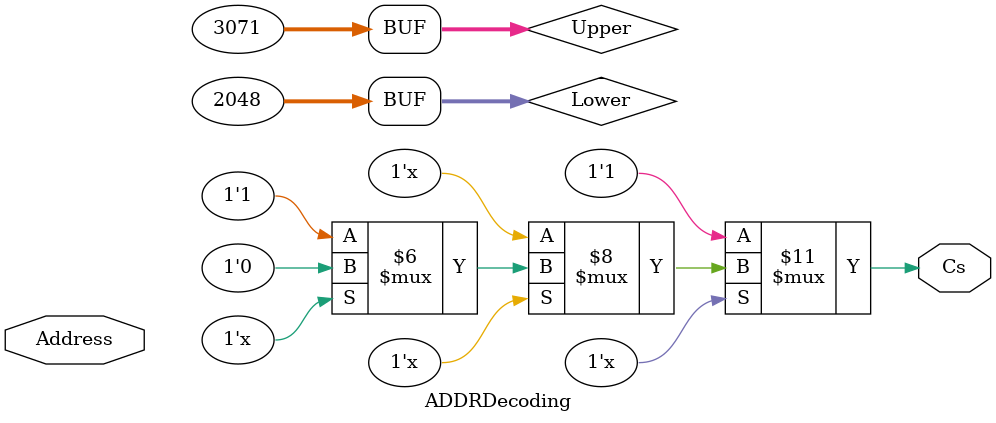
<source format=v>
module ADDRDecoding(
	input [31:0] Address,
	output reg Cs //Cs = 1 memoria interna; = 0 memoria externa 
);
	reg [31:0] Lower, Upper;
	
	//Memoria interna 0800h a 0BFFh
	
	always @(*)begin
		Lower <= 32'h800; //Lower Limit 0x800 = 0x200* grupo
		Upper <= 32'hBFF; //Upper Limit 0xBFF = 0x800 + 0x400(1024 posiçoes) - 1(desconta posicao '0')
		if(Address >= Lower)begin
			if(Address <= Upper)begin
				Cs = 1'b0;
			end
			else begin
				Cs = 1'b1;
			end
		end
		else begin
			Cs = 1'b1;
		end
	end
endmodule	
</source>
